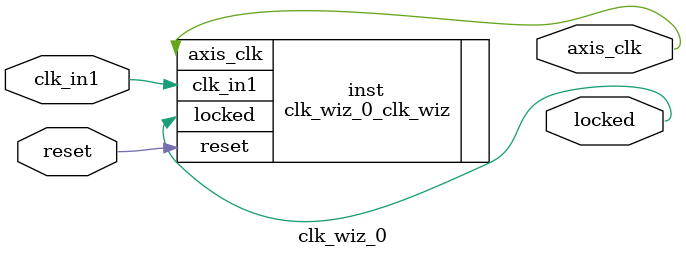
<source format=v>


`timescale 1ps/1ps

(* CORE_GENERATION_INFO = "clk_wiz_0,clk_wiz_v6_0_15_0_0,{component_name=clk_wiz_0,use_phase_alignment=true,use_min_o_jitter=false,use_max_i_jitter=false,use_dyn_phase_shift=false,use_inclk_switchover=false,use_dyn_reconfig=false,enable_axi=0,feedback_source=FDBK_AUTO,PRIMITIVE=MMCM,num_out_clk=1,clkin1_period=10.000,clkin2_period=10.000,use_power_down=false,use_reset=true,use_locked=true,use_inclk_stopped=false,feedback_type=SINGLE,CLOCK_MGR_TYPE=NA,manual_override=false}" *)

module clk_wiz_0 
 (
  // Clock out ports
  output        axis_clk,
  // Status and control signals
  input         reset,
  output        locked,
 // Clock in ports
  input         clk_in1
 );

  clk_wiz_0_clk_wiz inst
  (
  // Clock out ports  
  .axis_clk(axis_clk),
  // Status and control signals               
  .reset(reset), 
  .locked(locked),
 // Clock in ports
  .clk_in1(clk_in1)
  );

endmodule

</source>
